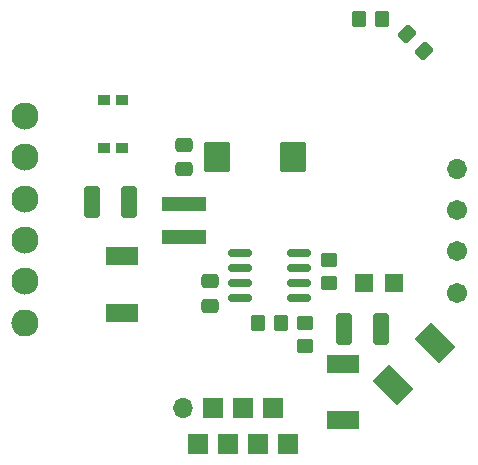
<source format=gbr>
%TF.GenerationSoftware,KiCad,Pcbnew,(6.0.9)*%
%TF.CreationDate,2024-03-30T18:33:12+01:00*%
%TF.ProjectId,HBW-IO-12-FM,4842572d-494f-42d3-9132-2d464d2e6b69,rev?*%
%TF.SameCoordinates,Original*%
%TF.FileFunction,Soldermask,Top*%
%TF.FilePolarity,Negative*%
%FSLAX46Y46*%
G04 Gerber Fmt 4.6, Leading zero omitted, Abs format (unit mm)*
G04 Created by KiCad (PCBNEW (6.0.9)) date 2024-03-30 18:33:12*
%MOMM*%
%LPD*%
G01*
G04 APERTURE LIST*
G04 Aperture macros list*
%AMRoundRect*
0 Rectangle with rounded corners*
0 $1 Rounding radius*
0 $2 $3 $4 $5 $6 $7 $8 $9 X,Y pos of 4 corners*
0 Add a 4 corners polygon primitive as box body*
4,1,4,$2,$3,$4,$5,$6,$7,$8,$9,$2,$3,0*
0 Add four circle primitives for the rounded corners*
1,1,$1+$1,$2,$3*
1,1,$1+$1,$4,$5*
1,1,$1+$1,$6,$7*
1,1,$1+$1,$8,$9*
0 Add four rect primitives between the rounded corners*
20,1,$1+$1,$2,$3,$4,$5,0*
20,1,$1+$1,$4,$5,$6,$7,0*
20,1,$1+$1,$6,$7,$8,$9,0*
20,1,$1+$1,$8,$9,$2,$3,0*%
%AMRotRect*
0 Rectangle, with rotation*
0 The origin of the aperture is its center*
0 $1 length*
0 $2 width*
0 $3 Rotation angle, in degrees counterclockwise*
0 Add horizontal line*
21,1,$1,$2,0,0,$3*%
G04 Aperture macros list end*
%ADD10RotRect,2.020000X2.950000X225.000000*%
%ADD11R,2.700000X1.500000*%
%ADD12O,1.704000X1.704000*%
%ADD13C,1.704000*%
%ADD14RoundRect,0.250000X-0.548008X-0.088388X-0.088388X-0.548008X0.548008X0.088388X0.088388X0.548008X0*%
%ADD15RoundRect,0.250000X-0.475000X0.337500X-0.475000X-0.337500X0.475000X-0.337500X0.475000X0.337500X0*%
%ADD16R,3.700000X1.200000*%
%ADD17R,1.600000X1.600000*%
%ADD18RoundRect,0.250000X0.450000X-0.350000X0.450000X0.350000X-0.450000X0.350000X-0.450000X-0.350000X0*%
%ADD19R,1.700000X1.700000*%
%ADD20RoundRect,0.250000X-0.350000X-0.450000X0.350000X-0.450000X0.350000X0.450000X-0.350000X0.450000X0*%
%ADD21RoundRect,0.250000X-0.875000X-1.025000X0.875000X-1.025000X0.875000X1.025000X-0.875000X1.025000X0*%
%ADD22RoundRect,0.250000X0.350000X0.450000X-0.350000X0.450000X-0.350000X-0.450000X0.350000X-0.450000X0*%
%ADD23RoundRect,0.250000X0.412500X1.100000X-0.412500X1.100000X-0.412500X-1.100000X0.412500X-1.100000X0*%
%ADD24RoundRect,0.150000X-0.825000X-0.150000X0.825000X-0.150000X0.825000X0.150000X-0.825000X0.150000X0*%
%ADD25O,1.700000X1.700000*%
%ADD26R,1.000000X0.900000*%
%ADD27O,2.300000X2.300000*%
%ADD28C,2.300000*%
%ADD29RoundRect,0.250000X-0.412500X-1.100000X0.412500X-1.100000X0.412500X1.100000X-0.412500X1.100000X0*%
G04 APERTURE END LIST*
D10*
%TO.C,SI1*%
X166750000Y-85464466D03*
X163214466Y-89000000D03*
%TD*%
D11*
%TO.C,D3*%
X140250000Y-78100000D03*
X140250000Y-82900000D03*
%TD*%
D12*
%TO.C,J4*%
X168600000Y-70687500D03*
D13*
X168600000Y-74187500D03*
X168600000Y-77687500D03*
X168600000Y-81187500D03*
%TD*%
D14*
%TO.C,D1*%
X164425216Y-59305216D03*
X165874784Y-60754784D03*
%TD*%
D15*
%TO.C,C19*%
X147750000Y-80250000D03*
X147750000Y-82325000D03*
%TD*%
D16*
%TO.C,L1*%
X145500000Y-73700000D03*
X145500000Y-76500000D03*
%TD*%
D11*
%TO.C,D2*%
X159000000Y-87200000D03*
X159000000Y-92000000D03*
%TD*%
D17*
%TO.C,C17*%
X160794888Y-80400000D03*
X163294888Y-80400000D03*
%TD*%
D18*
%TO.C,R16*%
X157750000Y-80400000D03*
X157750000Y-78400000D03*
%TD*%
D19*
%TO.C,J1*%
X154300000Y-94000000D03*
X151760000Y-94000000D03*
X149220000Y-94000000D03*
X146680000Y-94000000D03*
%TD*%
D20*
%TO.C,R14*%
X160300000Y-58000000D03*
X162300000Y-58000000D03*
%TD*%
D15*
%TO.C,C21*%
X145500000Y-68675000D03*
X145500000Y-70750000D03*
%TD*%
D21*
%TO.C,C20*%
X148350000Y-69750000D03*
X154750000Y-69750000D03*
%TD*%
D22*
%TO.C,R18*%
X153750000Y-83750000D03*
X151750000Y-83750000D03*
%TD*%
D23*
%TO.C,C22*%
X140875000Y-73500000D03*
X137750000Y-73500000D03*
%TD*%
D24*
%TO.C,IC4*%
X150275000Y-77845000D03*
X150275000Y-79115000D03*
X150275000Y-80385000D03*
X150275000Y-81655000D03*
X155225000Y-81655000D03*
X155225000Y-80385000D03*
X155225000Y-79115000D03*
X155225000Y-77845000D03*
%TD*%
D19*
%TO.C,J2*%
X153090000Y-91000000D03*
X150550000Y-91000000D03*
X148010000Y-91000000D03*
D25*
X145470000Y-91000000D03*
%TD*%
D26*
%TO.C,SW1*%
X140300000Y-64850000D03*
X140300000Y-68950000D03*
X138700000Y-64850000D03*
X138700000Y-68950000D03*
%TD*%
D27*
%TO.C,J3*%
X132050000Y-83750000D03*
D28*
X132050000Y-80250000D03*
X132050000Y-76750000D03*
X132050000Y-73250000D03*
X132050000Y-69750000D03*
X132050000Y-66250000D03*
%TD*%
D18*
%TO.C,R17*%
X155750000Y-85750000D03*
X155750000Y-83750000D03*
%TD*%
D29*
%TO.C,C18*%
X159037500Y-84250000D03*
X162162500Y-84250000D03*
%TD*%
M02*

</source>
